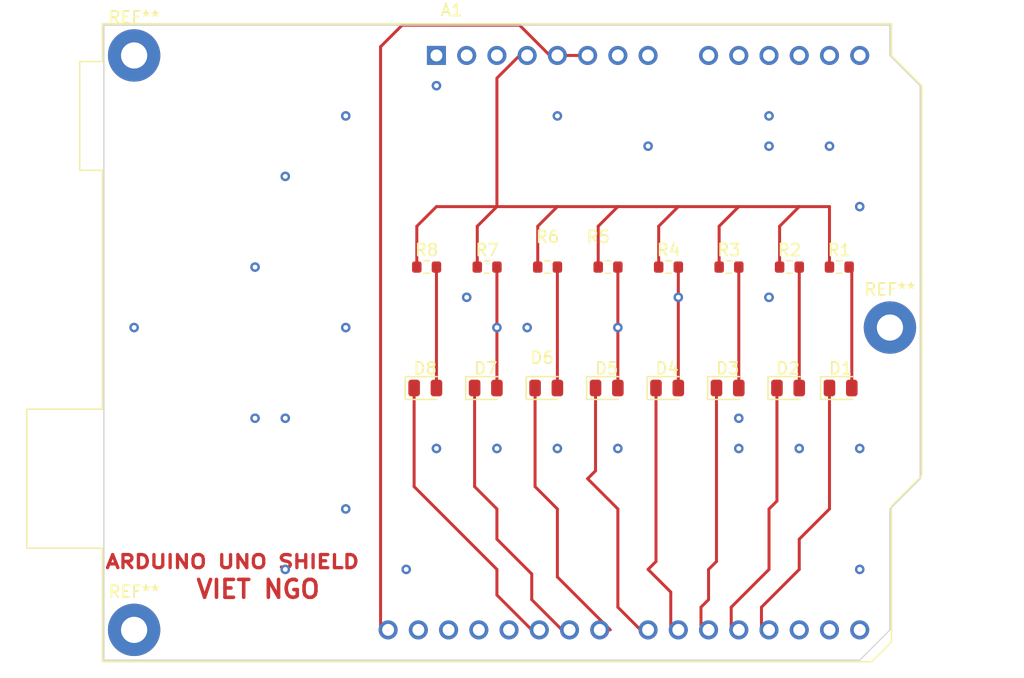
<source format=kicad_pcb>
(kicad_pcb (version 20221018) (generator pcbnew)
  (layers (0 "F.Cu" signal) (31 "B.Cu" signal) (34 "B.Paste" user) (35 "F.Paste" user) (36 "B.SilkS" user "B.Silkscreen") (37 "F.SilkS" user "F.Silkscreen") (38 "B.Mask" user) (39 "F.Mask" user) (44 "Edge.Cuts" user))
  (net 0 "")
  (net 5 "Net-(A1-+5V)")
  (net 6 "GND")
  (net 16 "Net-(A1-D2)")
  (net 17 "Net-(A1-D3)")
  (net 18 "Net-(A1-D4)")
  (net 19 "Net-(A1-D5)")
  (net 20 "Net-(A1-D6)")
  (net 21 "Net-(A1-D7)")
  (net 22 "Net-(A1-D8)")
  (net 23 "Net-(A1-D9)")
  (net 29 "Net-(D1-A)")
  (net 30 "Net-(D2-A)")
  (net 31 "Net-(D3-A)")
  (net 32 "Net-(D4-A)")
  (net 33 "Net-(D5-A)")
  (net 34 "Net-(D6-A)")
  (net 35 "Net-(D7-A)")
  (net 36 "Net-(D8-A)")
  (footprint "LED_SMD:LED_0805_2012Metric" (layer "F.Cu") (at 146.3825 78.74)
    (fp_text reference "D6" (at -0.3425 -2.54) (layer "F.SilkS"))
    (fp_text value "LED")
    (fp_line (start -1.685 -0.96) (end -1.685 0.96) (stroke (width 0.12)) (layer "F.SilkS"))
    (fp_line (start -1.685 0.96) (end 1 0.96) (stroke (width 0.12)) (layer "F.SilkS"))
    (fp_line (start 1 -0.96) (end -1.685 -0.96) (stroke (width 0.12)) (layer "F.SilkS"))
    (pad "1" smd roundrect (at -0.9375 0) (size 0.975 1.4) (layers "F.Cu" "F.Paste" "F.Mask") (net 21 "Net-(A1-D7)"))
    (pad "2" smd roundrect (at 0.9375 0) (size 0.975 1.4) (layers "F.Cu" "F.Paste" "F.Mask") (net 34 "Net-(D6-A)"))
  )
  (footprint "Resistor_SMD:R_0603_1608Metric" (layer "F.Cu") (at 146.495 68.58)
    (fp_text reference "R6" (at 0 -2.54) (layer "F.SilkS"))
    (fp_text value "247")
    (fp_line (start -0.237258 -0.5225) (end 0.237258 -0.5225) (stroke (width 0.12)) (layer "F.SilkS"))
    (fp_line (start -0.237258 0.5225) (end 0.237258 0.5225) (stroke (width 0.12)) (layer "F.SilkS"))
    (pad "1" smd roundrect (at -0.825 0) (size 0.8 0.95) (layers "F.Cu" "F.Paste" "F.Mask") (net 5 "Net-(A1-+5V)"))
    (pad "2" smd roundrect (at 0.825 0) (size 0.8 0.95) (layers "F.Cu" "F.Paste" "F.Mask") (net 34 "Net-(D6-A)"))
  )
  (footprint "LED_SMD:LED_0805_2012Metric" (layer "F.Cu") (at 171.1175 78.74)
    (fp_text reference "D1" (at 0 -1.65) (layer "F.SilkS"))
    (fp_text value "LED")
    (fp_line (start -1.685 -0.96) (end -1.685 0.96) (stroke (width 0.12)) (layer "F.SilkS"))
    (fp_line (start -1.685 0.96) (end 1 0.96) (stroke (width 0.12)) (layer "F.SilkS"))
    (fp_line (start 1 -0.96) (end -1.685 -0.96) (stroke (width 0.12)) (layer "F.SilkS"))
    (pad "1" smd roundrect (at -0.9375 0) (size 0.975 1.4) (layers "F.Cu" "F.Paste" "F.Mask") (net 16 "Net-(A1-D2)"))
    (pad "2" smd roundrect (at 0.9375 0) (size 0.975 1.4) (layers "F.Cu" "F.Paste" "F.Mask") (net 29 "Net-(D1-A)"))
  )
  (footprint "Resistor_SMD:R_0603_1608Metric" (layer "F.Cu") (at 136.335 68.58)
    (fp_text reference "R8" (at 0 -1.43) (layer "F.SilkS"))
    (fp_text value "247")
    (fp_line (start -0.237258 -0.5225) (end 0.237258 -0.5225) (stroke (width 0.12)) (layer "F.SilkS"))
    (fp_line (start -0.237258 0.5225) (end 0.237258 0.5225) (stroke (width 0.12)) (layer "F.SilkS"))
    (pad "1" smd roundrect (at -0.825 0) (size 0.8 0.95) (layers "F.Cu" "F.Paste" "F.Mask") (net 5 "Net-(A1-+5V)"))
    (pad "2" smd roundrect (at 0.825 0) (size 0.8 0.95) (layers "F.Cu" "F.Paste" "F.Mask") (net 36 "Net-(D8-A)"))
  )
  (footprint "LED_SMD:LED_0805_2012Metric" (layer "F.Cu") (at 151.4625 78.74)
    (fp_text reference "D5" (at 0 -1.65) (layer "F.SilkS"))
    (fp_text value "LED")
    (fp_line (start -1.685 -0.96) (end -1.685 0.96) (stroke (width 0.12)) (layer "F.SilkS"))
    (fp_line (start -1.685 0.96) (end 1 0.96) (stroke (width 0.12)) (layer "F.SilkS"))
    (fp_line (start 1 -0.96) (end -1.685 -0.96) (stroke (width 0.12)) (layer "F.SilkS"))
    (pad "1" smd roundrect (at -0.9375 0) (size 0.975 1.4) (layers "F.Cu" "F.Paste" "F.Mask") (net 20 "Net-(A1-D6)"))
    (pad "2" smd roundrect (at 0.9375 0) (size 0.975 1.4) (layers "F.Cu" "F.Paste" "F.Mask") (net 33 "Net-(D5-A)"))
  )
  (footprint "MountingHole:MountingHole_2.2mm_M2_Pad" (layer "F.Cu") (at 111.76 99.06)
    (fp_text reference "REF**" (at 0 -3.2) (layer "F.SilkS"))
    (fp_text value "MountingHole_2.2mm_M2_Pad")
    (pad "1" thru_hole circle (at 0 0) (size 4.4 4.4) (drill 2.2) (layers "*.Cu" "*.Mask"))
  )
  (footprint "Module:Arduino_UNO_R2" (layer "F.Cu") (at 137.16 50.8)
    (fp_text reference "A1" (at 1.27 -3.81 180) (layer "F.SilkS"))
    (fp_text value "Arduino_UNO_R2")
    (fp_line (start -34.42 29.72) (end -34.42 41.4) (stroke (width 0.12)) (layer "F.SilkS"))
    (fp_line (start -34.42 41.4) (end -28.07 41.4) (stroke (width 0.12)) (layer "F.SilkS"))
    (fp_line (start -29.97 0.51) (end -29.97 9.65) (stroke (width 0.12)) (layer "F.SilkS"))
    (fp_line (start -29.97 9.65) (end -28.07 9.65) (stroke (width 0.12)) (layer "F.SilkS"))
    (fp_line (start -28.07 -2.67) (end -28.07 0.51) (stroke (width 0.12)) (layer "F.SilkS"))
    (fp_line (start -28.07 0.51) (end -29.97 0.51) (stroke (width 0.12)) (layer "F.SilkS"))
    (fp_line (start -28.07 9.65) (end -28.07 29.72) (stroke (width 0.12)) (layer "F.SilkS"))
    (fp_line (start -28.07 29.72) (end -34.42 29.72) (stroke (width 0.12)) (layer "F.SilkS"))
    (fp_line (start -28.07 41.4) (end -28.07 50.93) (stroke (width 0.12)) (layer "F.SilkS"))
    (fp_line (start -28.07 50.93) (end 36.58 50.93) (stroke (width 0.12)) (layer "F.SilkS"))
    (fp_line (start 36.58 50.93) (end 38.23 49.28) (stroke (width 0.12)) (layer "F.SilkS"))
    (fp_line (start 38.23 -2.67) (end -28.07 -2.67) (stroke (width 0.12)) (layer "F.SilkS"))
    (fp_line (start 38.23 0) (end 38.23 -2.67) (stroke (width 0.12)) (layer "F.SilkS"))
    (fp_line (start 38.23 37.85) (end 40.77 35.31) (stroke (width 0.12)) (layer "F.SilkS"))
    (fp_line (start 38.23 49.28) (end 38.23 37.85) (stroke (width 0.12)) (layer "F.SilkS"))
    (fp_line (start 40.77 2.54) (end 38.23 0) (stroke (width 0.12)) (layer "F.SilkS"))
    (fp_line (start 40.77 35.31) (end 40.77 2.54) (stroke (width 0.12)) (layer "F.SilkS"))
    (pad "1" thru_hole rect (at 0 0 90) (size 1.6 1.6) (drill 1) (layers "*.Cu" "*.Mask"))
    (pad "2" thru_hole oval (at 2.54 0 90) (size 1.6 1.6) (drill 1) (layers "*.Cu" "*.Mask"))
    (pad "3" thru_hole oval (at 5.08 0 90) (size 1.6 1.6) (drill 1) (layers "*.Cu" "*.Mask"))
    (pad "4" thru_hole oval (at 7.62 0 90) (size 1.6 1.6) (drill 1) (layers "*.Cu" "*.Mask"))
    (pad "5" thru_hole oval (at 10.16 0 90) (size 1.6 1.6) (drill 1) (layers "*.Cu" "*.Mask") (net 5 "Net-(A1-+5V)"))
    (pad "6" thru_hole oval (at 12.7 0 90) (size 1.6 1.6) (drill 1) (layers "*.Cu" "*.Mask") (net 6 "GND"))
    (pad "7" thru_hole oval (at 15.24 0 90) (size 1.6 1.6) (drill 1) (layers "*.Cu" "*.Mask") (net 6 "GND"))
    (pad "8" thru_hole oval (at 17.78 0 90) (size 1.6 1.6) (drill 1) (layers "*.Cu" "*.Mask"))
    (pad "9" thru_hole oval (at 22.86 0 90) (size 1.6 1.6) (drill 1) (layers "*.Cu" "*.Mask"))
    (pad "10" thru_hole oval (at 25.4 0 90) (size 1.6 1.6) (drill 1) (layers "*.Cu" "*.Mask"))
    (pad "11" thru_hole oval (at 27.94 0 90) (size 1.6 1.6) (drill 1) (layers "*.Cu" "*.Mask"))
    (pad "12" thru_hole oval (at 30.48 0 90) (size 1.6 1.6) (drill 1) (layers "*.Cu" "*.Mask"))
    (pad "13" thru_hole oval (at 33.02 0 90) (size 1.6 1.6) (drill 1) (layers "*.Cu" "*.Mask"))
    (pad "14" thru_hole oval (at 35.56 0 90) (size 1.6 1.6) (drill 1) (layers "*.Cu" "*.Mask"))
    (pad "15" thru_hole oval (at 35.56 48.26 90) (size 1.6 1.6) (drill 1) (layers "*.Cu" "*.Mask"))
    (pad "16" thru_hole oval (at 33.02 48.26 90) (size 1.6 1.6) (drill 1) (layers "*.Cu" "*.Mask"))
    (pad "17" thru_hole oval (at 30.48 48.26 90) (size 1.6 1.6) (drill 1) (layers "*.Cu" "*.Mask") (net 16 "Net-(A1-D2)"))
    (pad "18" thru_hole oval (at 27.94 48.26 90) (size 1.6 1.6) (drill 1) (layers "*.Cu" "*.Mask") (net 17 "Net-(A1-D3)"))
    (pad "19" thru_hole oval (at 25.4 48.26 90) (size 1.6 1.6) (drill 1) (layers "*.Cu" "*.Mask") (net 18 "Net-(A1-D4)"))
    (pad "20" thru_hole oval (at 22.86 48.26 90) (size 1.6 1.6) (drill 1) (layers "*.Cu" "*.Mask") (net 19 "Net-(A1-D5)"))
    (pad "21" thru_hole oval (at 20.32 48.26 90) (size 1.6 1.6) (drill 1) (layers "*.Cu" "*.Mask") (net 20 "Net-(A1-D6)"))
    (pad "22" thru_hole oval (at 17.78 48.26 90) (size 1.6 1.6) (drill 1) (layers "*.Cu" "*.Mask") (net 21 "Net-(A1-D7)"))
    (pad "23" thru_hole oval (at 13.72 48.26 90) (size 1.6 1.6) (drill 1) (layers "*.Cu" "*.Mask") (net 22 "Net-(A1-D8)"))
    (pad "24" thru_hole oval (at 11.18 48.26 90) (size 1.6 1.6) (drill 1) (layers "*.Cu" "*.Mask") (net 23 "Net-(A1-D9)"))
    (pad "25" thru_hole oval (at 8.64 48.26 90) (size 1.6 1.6) (drill 1) (layers "*.Cu" "*.Mask"))
    (pad "26" thru_hole oval (at 6.1 48.26 90) (size 1.6 1.6) (drill 1) (layers "*.Cu" "*.Mask"))
    (pad "27" thru_hole oval (at 3.56 48.26 90) (size 1.6 1.6) (drill 1) (layers "*.Cu" "*.Mask"))
    (pad "28" thru_hole oval (at 1.02 48.26 90) (size 1.6 1.6) (drill 1) (layers "*.Cu" "*.Mask"))
    (pad "29" thru_hole oval (at -1.52 48.26 90) (size 1.6 1.6) (drill 1) (layers "*.Cu" "*.Mask") (net 6 "GND"))
    (pad "30" thru_hole oval (at -4.06 48.26 90) (size 1.6 1.6) (drill 1) (layers "*.Cu" "*.Mask"))
  )
  (footprint "MountingHole:MountingHole_2.2mm_M2_Pad" (layer "F.Cu") (at 175.26 73.66)
    (fp_text reference "REF**" (at 0 -3.2) (layer "F.SilkS"))
    (fp_text value "MountingHole_2.2mm_M2_Pad")
    (pad "1" thru_hole circle (at 0 0) (size 4.4 4.4) (drill 2.2) (layers "*.Cu" "*.Mask"))
  )
  (footprint "MountingHole:MountingHole_2.2mm_M2_Pad" (layer "F.Cu") (at 111.76 50.8)
    (fp_text reference "REF**" (at 0 -3.2) (layer "F.SilkS"))
    (fp_text value "MountingHole_2.2mm_M2_Pad")
    (pad "1" thru_hole circle (at 0 0) (size 4.4 4.4) (drill 2.2) (layers "*.Cu" "*.Mask"))
  )
  (footprint "LED_SMD:LED_0805_2012Metric" (layer "F.Cu") (at 136.2225 78.74)
    (fp_text reference "D8" (at 0 -1.65) (layer "F.SilkS"))
    (fp_text value "LED")
    (fp_line (start -1.685 -0.96) (end -1.685 0.96) (stroke (width 0.12)) (layer "F.SilkS"))
    (fp_line (start -1.685 0.96) (end 1 0.96) (stroke (width 0.12)) (layer "F.SilkS"))
    (fp_line (start 1 -0.96) (end -1.685 -0.96) (stroke (width 0.12)) (layer "F.SilkS"))
    (pad "1" smd roundrect (at -0.9375 0) (size 0.975 1.4) (layers "F.Cu" "F.Paste" "F.Mask") (net 23 "Net-(A1-D9)"))
    (pad "2" smd roundrect (at 0.9375 0) (size 0.975 1.4) (layers "F.Cu" "F.Paste" "F.Mask") (net 36 "Net-(D8-A)"))
  )
  (footprint "LED_SMD:LED_0805_2012Metric" (layer "F.Cu") (at 156.5425 78.74)
    (fp_text reference "D4" (at 0 -1.65) (layer "F.SilkS"))
    (fp_text value "LED")
    (fp_line (start -1.685 -0.96) (end -1.685 0.96) (stroke (width 0.12)) (layer "F.SilkS"))
    (fp_line (start -1.685 0.96) (end 1 0.96) (stroke (width 0.12)) (layer "F.SilkS"))
    (fp_line (start 1 -0.96) (end -1.685 -0.96) (stroke (width 0.12)) (layer "F.SilkS"))
    (pad "1" smd roundrect (at -0.9375 0) (size 0.975 1.4) (layers "F.Cu" "F.Paste" "F.Mask") (net 19 "Net-(A1-D5)"))
    (pad "2" smd roundrect (at 0.9375 0) (size 0.975 1.4) (layers "F.Cu" "F.Paste" "F.Mask") (net 32 "Net-(D4-A)"))
  )
  (footprint "LED_SMD:LED_0805_2012Metric" (layer "F.Cu") (at 141.3025 78.74)
    (fp_text reference "D7" (at 0 -1.65) (layer "F.SilkS"))
    (fp_text value "LED")
    (fp_line (start -1.685 -0.96) (end -1.685 0.96) (stroke (width 0.12)) (layer "F.SilkS"))
    (fp_line (start -1.685 0.96) (end 1 0.96) (stroke (width 0.12)) (layer "F.SilkS"))
    (fp_line (start 1 -0.96) (end -1.685 -0.96) (stroke (width 0.12)) (layer "F.SilkS"))
    (pad "1" smd roundrect (at -0.9375 0) (size 0.975 1.4) (layers "F.Cu" "F.Paste" "F.Mask") (net 22 "Net-(A1-D8)"))
    (pad "2" smd roundrect (at 0.9375 0) (size 0.975 1.4) (layers "F.Cu" "F.Paste" "F.Mask") (net 35 "Net-(D7-A)"))
  )
  (footprint "LED_SMD:LED_0805_2012Metric" (layer "F.Cu") (at 161.6225 78.74)
    (fp_text reference "D3" (at 0 -1.65) (layer "F.SilkS"))
    (fp_text value "LED")
    (fp_line (start -1.685 -0.96) (end -1.685 0.96) (stroke (width 0.12)) (layer "F.SilkS"))
    (fp_line (start -1.685 0.96) (end 1 0.96) (stroke (width 0.12)) (layer "F.SilkS"))
    (fp_line (start 1 -0.96) (end -1.685 -0.96) (stroke (width 0.12)) (layer "F.SilkS"))
    (pad "1" smd roundrect (at -0.9375 0) (size 0.975 1.4) (layers "F.Cu" "F.Paste" "F.Mask") (net 18 "Net-(A1-D4)"))
    (pad "2" smd roundrect (at 0.9375 0) (size 0.975 1.4) (layers "F.Cu" "F.Paste" "F.Mask") (net 31 "Net-(D3-A)"))
  )
  (footprint "Resistor_SMD:R_0603_1608Metric" (layer "F.Cu") (at 156.655 68.58)
    (fp_text reference "R4" (at 0 -1.43) (layer "F.SilkS"))
    (fp_text value "247")
    (fp_line (start -0.237258 -0.5225) (end 0.237258 -0.5225) (stroke (width 0.12)) (layer "F.SilkS"))
    (fp_line (start -0.237258 0.5225) (end 0.237258 0.5225) (stroke (width 0.12)) (layer "F.SilkS"))
    (pad "1" smd roundrect (at -0.825 0) (size 0.8 0.95) (layers "F.Cu" "F.Paste" "F.Mask") (net 5 "Net-(A1-+5V)"))
    (pad "2" smd roundrect (at 0.825 0) (size 0.8 0.95) (layers "F.Cu" "F.Paste" "F.Mask") (net 32 "Net-(D4-A)"))
  )
  (footprint "Resistor_SMD:R_0603_1608Metric" (layer "F.Cu") (at 166.815 68.58)
    (fp_text reference "R2" (at 0 -1.43) (layer "F.SilkS"))
    (fp_text value "247")
    (fp_line (start -0.237258 -0.5225) (end 0.237258 -0.5225) (stroke (width 0.12)) (layer "F.SilkS"))
    (fp_line (start -0.237258 0.5225) (end 0.237258 0.5225) (stroke (width 0.12)) (layer "F.SilkS"))
    (pad "1" smd roundrect (at -0.825 0) (size 0.8 0.95) (layers "F.Cu" "F.Paste" "F.Mask") (net 5 "Net-(A1-+5V)"))
    (pad "2" smd roundrect (at 0.825 0) (size 0.8 0.95) (layers "F.Cu" "F.Paste" "F.Mask") (net 30 "Net-(D2-A)"))
  )
  (footprint "Resistor_SMD:R_0603_1608Metric" (layer "F.Cu") (at 161.735 68.58)
    (fp_text reference "R3" (at 0 -1.43) (layer "F.SilkS"))
    (fp_text value "247")
    (fp_line (start -0.237258 -0.5225) (end 0.237258 -0.5225) (stroke (width 0.12)) (layer "F.SilkS"))
    (fp_line (start -0.237258 0.5225) (end 0.237258 0.5225) (stroke (width 0.12)) (layer "F.SilkS"))
    (pad "1" smd roundrect (at -0.825 0) (size 0.8 0.95) (layers "F.Cu" "F.Paste" "F.Mask") (net 5 "Net-(A1-+5V)"))
    (pad "2" smd roundrect (at 0.825 0) (size 0.8 0.95) (layers "F.Cu" "F.Paste" "F.Mask") (net 31 "Net-(D3-A)"))
  )
  (footprint "Resistor_SMD:R_0603_1608Metric" (layer "F.Cu") (at 141.415 68.58)
    (fp_text reference "R7" (at 0 -1.43) (layer "F.SilkS"))
    (fp_text value "247")
    (fp_line (start -0.237258 -0.5225) (end 0.237258 -0.5225) (stroke (width 0.12)) (layer "F.SilkS"))
    (fp_line (start -0.237258 0.5225) (end 0.237258 0.5225) (stroke (width 0.12)) (layer "F.SilkS"))
    (pad "1" smd roundrect (at -0.825 0) (size 0.8 0.95) (layers "F.Cu" "F.Paste" "F.Mask") (net 5 "Net-(A1-+5V)"))
    (pad "2" smd roundrect (at 0.825 0) (size 0.8 0.95) (layers "F.Cu" "F.Paste" "F.Mask") (net 35 "Net-(D7-A)"))
  )
  (footprint "Resistor_SMD:R_0603_1608Metric" (layer "F.Cu") (at 171.005 68.58)
    (fp_text reference "R1" (at 0 -1.43) (layer "F.SilkS"))
    (fp_text value "247")
    (fp_line (start -0.237258 -0.5225) (end 0.237258 -0.5225) (stroke (width 0.12)) (layer "F.SilkS"))
    (fp_line (start -0.237258 0.5225) (end 0.237258 0.5225) (stroke (width 0.12)) (layer "F.SilkS"))
    (pad "1" smd roundrect (at -0.825 0) (size 0.8 0.95) (layers "F.Cu" "F.Paste" "F.Mask") (net 5 "Net-(A1-+5V)"))
    (pad "2" smd roundrect (at 0.825 0) (size 0.8 0.95) (layers "F.Cu" "F.Paste" "F.Mask") (net 29 "Net-(D1-A)"))
  )
  (footprint "Resistor_SMD:R_0603_1608Metric" (layer "F.Cu") (at 151.575 68.58)
    (fp_text reference "R5" (at -0.825 -2.54) (layer "F.SilkS"))
    (fp_text value "247")
    (fp_line (start -0.237258 -0.5225) (end 0.237258 -0.5225) (stroke (width 0.12)) (layer "F.SilkS"))
    (fp_line (start -0.237258 0.5225) (end 0.237258 0.5225) (stroke (width 0.12)) (layer "F.SilkS"))
    (pad "1" smd roundrect (at -0.825 0) (size 0.8 0.95) (layers "F.Cu" "F.Paste" "F.Mask") (net 5 "Net-(A1-+5V)"))
    (pad "2" smd roundrect (at 0.825 0) (size 0.8 0.95) (layers "F.Cu" "F.Paste" "F.Mask") (net 33 "Net-(D5-A)"))
  )
  (footprint "LED_SMD:LED_0805_2012Metric" (layer "F.Cu") (at 166.7025 78.74)
    (fp_text reference "D2" (at 0 -1.65) (layer "F.SilkS"))
    (fp_text value "LED")
    (fp_line (start -1.685 -0.96) (end -1.685 0.96) (stroke (width 0.12)) (layer "F.SilkS"))
    (fp_line (start -1.685 0.96) (end 1 0.96) (stroke (width 0.12)) (layer "F.SilkS"))
    (fp_line (start 1 -0.96) (end -1.685 -0.96) (stroke (width 0.12)) (layer "F.SilkS"))
    (pad "1" smd roundrect (at -0.9375 0) (size 0.975 1.4) (layers "F.Cu" "F.Paste" "F.Mask") (net 17 "Net-(A1-D3)"))
    (pad "2" smd roundrect (at 0.9375 0) (size 0.975 1.4) (layers "F.Cu" "F.Paste" "F.Mask") (net 30 "Net-(D2-A)"))
  )
  (gr_line (start 175.26 88.9) (end 175.26 99.06) (stroke (width 0.1)) (layer "Edge.Cuts"))
  (gr_line (start 175.26 48.26) (end 175.26 50.8) (stroke (width 0.1)) (layer "Edge.Cuts"))
  (gr_line (start 177.8 53.34) (end 177.8 86.36) (stroke (width 0.1)) (layer "Edge.Cuts"))
  (gr_line (start 177.8 86.36) (end 175.26 88.9) (stroke (width 0.1)) (layer "Edge.Cuts"))
  (gr_line (start 172.72 101.6) (end 109.22 101.6) (stroke (width 0.1)) (layer "Edge.Cuts"))
  (gr_line (start 175.26 99.06) (end 172.72 101.6) (stroke (width 0.1)) (layer "Edge.Cuts"))
  (gr_line (start 109.22 48.26) (end 175.26 48.26) (stroke (width 0.1)) (layer "Edge.Cuts"))
  (gr_line (start 109.22 101.6) (end 109.22 48.26) (stroke (width 0.1)) (layer "Edge.Cuts"))
  (gr_line (start 175.26 50.8) (end 177.8 53.34) (stroke (width 0.1)) (layer "Edge.Cuts"))
  (gr_text "VIET NGO\n" (at 116.84 96.52) (layer "F.Cu") (effects (font (size 1.5 1.5) (thickness 0.3) bold) (justify left bottom)))
  (gr_text "ARDUINO UNO SHIELD\n" (at 109.22 93.98) (layer "F.Cu") (effects (font (size 1.1 1.3) (thickness 0.275) bold) (justify left bottom)))
  (via (at 172.72 63.5) (size 0.8) (drill 0.4) (layers "F.Cu" "B.Cu") (net 0))
  (via (at 129.54 88.9) (size 0.8) (drill 0.4) (layers "F.Cu" "B.Cu") (net 0))
  (via (at 129.54 55.88) (size 0.8) (drill 0.4) (layers "F.Cu" "B.Cu") (net 0))
  (via (at 147.32 55.88) (size 0.8) (drill 0.4) (layers "F.Cu" "B.Cu") (net 0))
  (via (at 167.64 83.82) (size 0.8) (drill 0.4) (layers "F.Cu" "B.Cu") (net 0))
  (via (at 121.92 68.58) (size 0.8) (drill 0.4) (layers "F.Cu" "B.Cu") (net 0))
  (via (at 124.46 93.98) (size 0.8) (drill 0.4) (layers "F.Cu" "B.Cu") (net 0))
  (via (at 165.1 71.12) (size 0.8) (drill 0.4) (layers "F.Cu" "B.Cu") (net 0))
  (via (at 129.54 73.66) (size 0.8) (drill 0.4) (layers "F.Cu" "B.Cu") (net 0))
  (via (at 142.24 83.82) (size 0.8) (drill 0.4) (layers "F.Cu" "B.Cu") (net 0))
  (via (at 165.1 55.88) (size 0.8) (drill 0.4) (layers "F.Cu" "B.Cu") (net 0))
  (via (at 162.56 83.82) (size 0.8) (drill 0.4) (layers "F.Cu" "B.Cu") (net 0))
  (via (at 134.62 93.98) (size 0.8) (drill 0.4) (layers "F.Cu" "B.Cu") (net 0))
  (via (at 147.32 83.82) (size 0.8) (drill 0.4) (layers "F.Cu" "B.Cu") (net 0))
  (via (at 162.56 81.28) (size 0.8) (drill 0.4) (layers "F.Cu" "B.Cu") (net 0))
  (via (at 124.46 81.28) (size 0.8) (drill 0.4) (layers "F.Cu" "B.Cu") (net 0))
  (via (at 152.4 83.82) (size 0.8) (drill 0.4) (layers "F.Cu" "B.Cu") (net 0))
  (via (at 121.92 81.28) (size 0.8) (drill 0.4) (layers "F.Cu" "B.Cu") (net 0))
  (via (at 124.46 60.96) (size 0.8) (drill 0.4) (layers "F.Cu" "B.Cu") (net 0))
  (via (at 165.1 71.12) (size 0.8) (drill 0.4) (layers "F.Cu" "B.Cu") (net 0))
  (via (at 172.72 93.98) (size 0.8) (drill 0.4) (layers "F.Cu" "B.Cu") (net 0))
  (via (at 137.16 53.34) (size 0.8) (drill 0.4) (layers "F.Cu" "B.Cu") (net 0))
  (via (at 137.16 83.82) (size 0.8) (drill 0.4) (layers "F.Cu" "B.Cu") (net 0))
  (via (at 172.72 83.82) (size 0.8) (drill 0.4) (layers "F.Cu" "B.Cu") (net 0))
  (via (at 144.78 73.66) (size 0.8) (drill 0.4) (layers "F.Cu" "B.Cu") (net 0))
  (via (at 154.94 58.42) (size 0.8) (drill 0.4) (layers "F.Cu" "B.Cu") (net 0))
  (via (at 139.7 71.12) (size 0.8) (drill 0.4) (layers "F.Cu" "B.Cu") (net 0))
  (via (at 170.18 58.42) (size 0.8) (drill 0.4) (layers "F.Cu" "B.Cu") (net 0))
  (via (at 165.1 58.42) (size 0.8) (drill 0.4) (layers "F.Cu" "B.Cu") (net 0))
  (via (at 111.76 73.66) (size 0.8) (drill 0.4) (layers "F.Cu" "B.Cu") (net 0))
  (segment (start 165.99 65.15) (end 167.64 63.5) (width 0.25) (layer "F.Cu") (net 5))
  (segment (start 155.83 65.15) (end 157.48 63.5) (width 0.25) (layer "F.Cu") (net 5))
  (segment (start 135.51 65.15) (end 137.16 63.5) (width 0.25) (layer "F.Cu") (net 5))
  (segment (start 150.75 68.58) (end 150.75 65.15) (width 0.25) (layer "F.Cu") (net 5))
  (segment (start 140.59 65.15) (end 142.24 63.5) (width 0.25) (layer "F.Cu") (net 5))
  (segment (start 165.99 68.58) (end 165.99 65.15) (width 0.25) (layer "F.Cu") (net 5))
  (segment (start 150.75 65.15) (end 152.4 63.5) (width 0.25) (layer "F.Cu") (net 5))
  (segment (start 160.91 65.15) (end 162.56 63.5) (width 0.25) (layer "F.Cu") (net 5))
  (segment (start 157.48 63.5) (end 167.64 63.5) (width 0.25) (layer "F.Cu") (net 5))
  (segment (start 152.4 63.5) (end 157.48 63.5) (width 0.25) (layer "F.Cu") (net 5))
  (segment (start 155.83 68.58) (end 155.83 65.15) (width 0.25) (layer "F.Cu") (net 5))
  (segment (start 142.24 63.5) (end 147.32 63.5) (width 0.25) (layer "F.Cu") (net 5))
  (segment (start 145.67 68.58) (end 145.67 65.15) (width 0.25) (layer "F.Cu") (net 5))
  (segment (start 167.64 63.5) (end 170.18 63.5) (width 0.25) (layer "F.Cu") (net 5))
  (segment (start 170.18 63.5) (end 170.18 68.58) (width 0.25) (layer "F.Cu") (net 5))
  (segment (start 145.67 65.15) (end 147.32 63.5) (width 0.25) (layer "F.Cu") (net 5))
  (segment (start 160.91 68.58) (end 160.91 65.15) (width 0.25) (layer "F.Cu") (net 5))
  (segment (start 140.59 68.58) (end 140.59 65.15) (width 0.25) (layer "F.Cu") (net 5))
  (segment (start 142.24 63.5) (end 142.24 52.705) (width 0.25) (layer "F.Cu") (net 5))
  (segment (start 137.16 63.5) (end 142.24 63.5) (width 0.25) (layer "F.Cu") (net 5))
  (segment (start 135.51 68.58) (end 135.51 65.15) (width 0.25) (layer "F.Cu") (net 5))
  (segment (start 147.32 63.5) (end 152.4 63.5) (width 0.25) (layer "F.Cu") (net 5))
  (segment (start 142.24 52.705) (end 144.145 50.8) (width 0.25) (layer "F.Cu") (net 5))
  (segment (start 132.465 99.06) (end 132.465 50.07) (width 0.25) (layer "F.Cu") (net 6))
  (segment (start 149.225 50.8) (end 146.685 50.8) (width 0.25) (layer "F.Cu") (net 6))
  (segment (start 132.465 50.07) (end 134.275 48.26) (width 0.25) (layer "F.Cu") (net 6))
  (segment (start 144.145 48.26) (end 146.685 50.8) (width 0.25) (layer "F.Cu") (net 6))
  (segment (start 134.275 48.26) (end 144.145 48.26) (width 0.25) (layer "F.Cu") (net 6))
  (segment (start 170.18 88.9) (end 170.18 78.74) (width 0.25) (layer "F.Cu") (net 16))
  (segment (start 164.465 97.155) (end 167.64 93.98) (width 0.25) (layer "F.Cu") (net 16))
  (segment (start 167.64 91.44) (end 170.18 88.9) (width 0.25) (layer "F.Cu") (net 16))
  (segment (start 167.64 93.98) (end 167.64 91.44) (width 0.25) (layer "F.Cu") (net 16))
  (segment (start 164.465 99.06) (end 164.465 97.155) (width 0.25) (layer "F.Cu") (net 16))
  (segment (start 161.925 97.155) (end 165.1 93.98) (width 0.25) (layer "F.Cu") (net 17))
  (segment (start 165.765 88.235) (end 165.765 78.74) (width 0.25) (layer "F.Cu") (net 17))
  (segment (start 161.925 99.06) (end 161.925 97.155) (width 0.25) (layer "F.Cu") (net 17))
  (segment (start 165.1 88.9) (end 165.765 88.235) (width 0.25) (layer "F.Cu") (net 17))
  (segment (start 165.1 93.98) (end 165.1 88.9) (width 0.25) (layer "F.Cu") (net 17))
  (segment (start 160.685 93.315) (end 160.685 78.74) (width 0.25) (layer "F.Cu") (net 18))
  (segment (start 160.02 93.98) (end 160.685 93.315) (width 0.25) (layer "F.Cu") (net 18))
  (segment (start 159.385 99.06) (end 159.385 97.155) (width 0.25) (layer "F.Cu") (net 18))
  (segment (start 159.385 97.155) (end 160.02 96.52) (width 0.25) (layer "F.Cu") (net 18))
  (segment (start 160.02 96.52) (end 160.02 93.98) (width 0.25) (layer "F.Cu") (net 18))
  (segment (start 154.94 93.98) (end 155.605 93.315) (width 0.25) (layer "F.Cu") (net 19))
  (segment (start 156.845 99.06) (end 156.845 95.885) (width 0.25) (layer "F.Cu") (net 19))
  (segment (start 156.845 95.885) (end 154.94 93.98) (width 0.25) (layer "F.Cu") (net 19))
  (segment (start 155.605 93.315) (end 155.605 78.74) (width 0.25) (layer "F.Cu") (net 19))
  (segment (start 154.305 99.06) (end 152.4 97.155) (width 0.25) (layer "F.Cu") (net 20))
  (segment (start 152.4 88.9) (end 149.86 86.36) (width 0.25) (layer "F.Cu") (net 20))
  (segment (start 152.4 97.155) (end 152.4 88.9) (width 0.25) (layer "F.Cu") (net 20))
  (segment (start 150.525 85.695) (end 150.525 78.74) (width 0.25) (layer "F.Cu") (net 20))
  (segment (start 149.86 86.36) (end 150.525 85.695) (width 0.25) (layer "F.Cu") (net 20))
  (segment (start 151.765 99.06) (end 147.32 94.615) (width 0.25) (layer "F.Cu") (net 21))
  (segment (start 147.32 88.9) (end 145.445 87.025) (width 0.25) (layer "F.Cu") (net 21))
  (segment (start 145.445 87.025) (end 145.445 78.74) (width 0.25) (layer "F.Cu") (net 21))
  (segment (start 147.32 94.615) (end 147.32 88.9) (width 0.25) (layer "F.Cu") (net 21))
  (segment (start 142.24 88.9) (end 140.365 87.025) (width 0.25) (layer "F.Cu") (net 22))
  (segment (start 147.705 99.06) (end 145.165 96.52) (width 0.25) (layer "F.Cu") (net 22))
  (segment (start 142.24 91.44) (end 142.24 88.9) (width 0.25) (layer "F.Cu") (net 22))
  (segment (start 145.165 96.52) (end 145.165 94.365) (width 0.25) (layer "F.Cu") (net 22))
  (segment (start 140.365 87.025) (end 140.365 78.74) (width 0.25) (layer "F.Cu") (net 22))
  (segment (start 145.165 94.365) (end 142.24 91.44) (width 0.25) (layer "F.Cu") (net 22))
  (segment (start 142.24 93.98) (end 135.285 87.025) (width 0.25) (layer "F.Cu") (net 23))
  (segment (start 145.165 99.06) (end 142.24 96.135) (width 0.25) (layer "F.Cu") (net 23))
  (segment (start 142.24 96.135) (end 142.24 93.98) (width 0.25) (layer "F.Cu") (net 23))
  (segment (start 135.285 87.025) (end 135.285 78.74) (width 0.25) (layer "F.Cu") (net 23))
  (segment (start 172.055 78.74) (end 172.055 68.805) (width 0.25) (layer "F.Cu") (net 29))
  (segment (start 172.055 68.805) (end 171.83 68.58) (width 0.25) (layer "F.Cu") (net 29))
  (segment (start 167.64 78.74) (end 167.64 68.58) (width 0.25) (layer "F.Cu") (net 30))
  (segment (start 162.56 78.74) (end 162.56 68.58) (width 0.25) (layer "F.Cu") (net 31))
  (segment (start 157.48 71.12) (end 157.48 68.58) (width 0.25) (layer "F.Cu") (net 32))
  (segment (start 157.48 78.74) (end 157.48 71.12) (width 0.25) (layer "F.Cu") (net 32))
  (via (at 157.48 71.12) (size 0.8) (drill 0.4) (layers "F.Cu" "B.Cu") (net 32))
  (segment (start 152.4 78.74) (end 152.4 73.66) (width 0.25) (layer "F.Cu") (net 33))
  (segment (start 152.4 73.66) (end 152.4 68.58) (width 0.25) (layer "F.Cu") (net 33))
  (via (at 152.4 73.66) (size 0.8) (drill 0.4) (layers "F.Cu" "B.Cu") (net 33))
  (segment (start 147.32 78.74) (end 147.32 68.58) (width 0.25) (layer "F.Cu") (net 34))
  (segment (start 142.24 73.66) (end 142.24 68.58) (width 0.25) (layer "F.Cu") (net 35))
  (segment (start 142.24 78.74) (end 142.24 73.66) (width 0.25) (layer "F.Cu") (net 35))
  (via (at 142.24 73.66) (size 0.8) (drill 0.4) (layers "F.Cu" "B.Cu") (net 35))
  (segment (start 137.16 78.74) (end 137.16 68.58) (width 0.25) (layer "F.Cu") (net 36))
)
</source>
